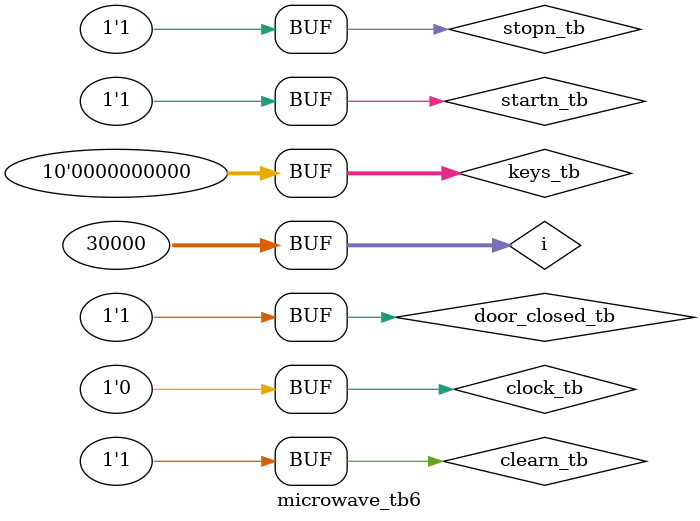
<source format=v>
`timescale 1ms / 1ms
`include "microwave.v"

module microwave_tb6();
    // Inputs
    reg startn_tb, stopn_tb, clearn_tb, door_closed_tb, clock_tb;
    reg [9:0] keys_tb;

    // Outputs
    wire mag_on_tb;
    wire [6:0] ssec_ones_tb;
    wire [6:0] ssec_tens_tb;
    wire [6:0] smin_tb;
    
    // Instantiate the Unit Under Test (UUT)
    microwave DUT (.startn(startn_tb), .stopn(stopn_tb), .clearn(clearn_tb),
                    .door_closed(door_closed_tb), .clock(clock_tb), .keys(keys_tb),
                    .mag_on(mag_on_tb), .ssec_ones(ssec_ones_tb), .ssec_tens(ssec_tens_tb), .smin(smin_tb));
    
    integer i;
    
    // clock generator
    initial 
        begin
            $dumpfile("microwave_tb6.vcd");
			$dumpvars(0,microwave_tb6);

               
            // Initialize Inputs
            clock_tb = 0; 
                    
            // create input clock 100Hz
            for (i = 0; i < 30000; i = i + 1) 
                #5 clock_tb = ~clock_tb;
                

        end
    
    // test cases

    initial
        begin
            startn_tb = 0; stopn_tb = 1; clearn_tb = 1; door_closed_tb = 1;
            #1 stopn_tb = 0; 
            #1;
            // condição inicial nenhuma chave presisonada e porta fechada
            startn_tb = 1; stopn_tb = 1; clearn_tb = 1; door_closed_tb = 1;
            //insere o dígito 
            keys_tb = 10'b0000000010; // carrega 1

            #50 keys_tb = 10'b0000000000; // solta a chave
            
            #150 keys_tb = 10'b0000000100; // carrega 2

            #50 keys_tb = 10'b0000000000; // solta a chave
            
            #150 keys_tb = 10'b0100000000; // carrega 8

            #50 keys_tb = 10'b0000000000; // solta a chave

            // liga-se o magnetron

            #200 startn_tb = 0; // pressiona
            #50 startn_tb = 1; // solta

            #29950 clearn_tb = 0; // pressiona
            #50 clearn_tb = 1; // solta           


        end
        
endmodule

</source>
